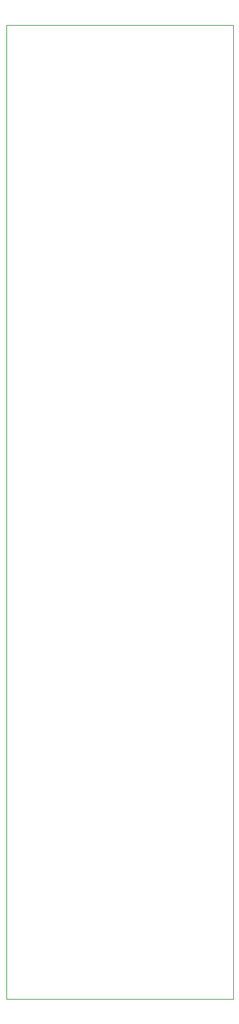
<source format=gbr>
%TF.GenerationSoftware,KiCad,Pcbnew,6.0.4-6f826c9f35~116~ubuntu21.10.1*%
%TF.CreationDate,2022-06-29T08:57:21+02:00*%
%TF.ProjectId,mHz_oscillator,6d487a5f-6f73-4636-996c-6c61746f722e,rev?*%
%TF.SameCoordinates,Original*%
%TF.FileFunction,Profile,NP*%
%FSLAX46Y46*%
G04 Gerber Fmt 4.6, Leading zero omitted, Abs format (unit mm)*
G04 Created by KiCad (PCBNEW 6.0.4-6f826c9f35~116~ubuntu21.10.1) date 2022-06-29 08:57:21*
%MOMM*%
%LPD*%
G01*
G04 APERTURE LIST*
%TA.AperFunction,Profile*%
%ADD10C,0.120000*%
%TD*%
G04 APERTURE END LIST*
D10*
%TO.C,REF\u002A\u002A*%
X-42672500Y108560000D02*
X-12672500Y108560000D01*
X-12672500Y108560000D02*
X-12672500Y-19940000D01*
X-12672500Y-19940000D02*
X-42672500Y-19940000D01*
X-42672500Y-19940000D02*
X-42672500Y108560000D01*
%TD*%
M02*

</source>
